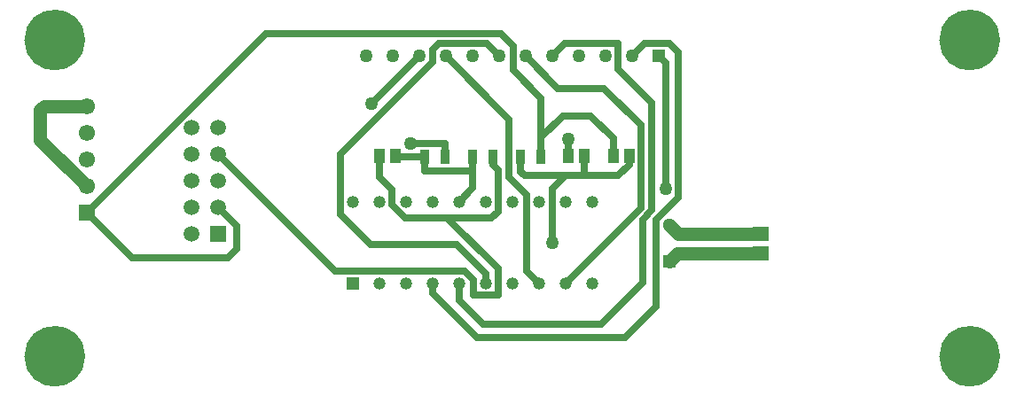
<source format=gbr>
G04*
G04 #@! TF.GenerationSoftware,Altium Limited,Altium Designer,23.2.1 (34)*
G04*
G04 Layer_Physical_Order=1*
G04 Layer_Color=255*
%FSLAX25Y25*%
%MOIN*%
G70*
G04*
G04 #@! TF.SameCoordinates,78BCBE2E-08CC-4CAE-8EE4-54C03573570A*
G04*
G04*
G04 #@! TF.FilePolarity,Positive*
G04*
G01*
G75*
%ADD15R,0.04134X0.05315*%
%ADD16R,0.05938X0.05534*%
%ADD17R,0.03740X0.05709*%
%ADD20R,0.05118X0.05118*%
%ADD21C,0.05118*%
%ADD25C,0.05000*%
%ADD26R,0.05000X0.05000*%
%ADD33C,0.03937*%
%ADD34C,0.02500*%
%ADD35C,0.05000*%
%ADD36C,0.17323*%
%ADD37R,0.06102X0.06102*%
%ADD38C,0.06102*%
%ADD39R,0.04685X0.04685*%
%ADD40C,0.04685*%
%ADD41R,0.05906X0.05906*%
%ADD42C,0.05906*%
%ADD43C,0.02362*%
D15*
X491047Y438500D02*
D03*
X496953D02*
D03*
X513953D02*
D03*
X508047D02*
D03*
X425953D02*
D03*
X420047D02*
D03*
D16*
X563500Y401707D02*
D03*
Y409000D02*
D03*
D17*
X473161Y438000D02*
D03*
X480839D02*
D03*
X455161D02*
D03*
X462839D02*
D03*
X437161D02*
D03*
X444839D02*
D03*
D20*
X529000Y398610D02*
D03*
D21*
Y412390D02*
D03*
D25*
X415000Y476000D02*
D03*
X425000D02*
D03*
X435000D02*
D03*
X445000D02*
D03*
X455000D02*
D03*
X465000D02*
D03*
X475000D02*
D03*
X485000D02*
D03*
X495000D02*
D03*
X505000D02*
D03*
X515000D02*
D03*
X491047Y444700D02*
D03*
X484957Y405743D02*
D03*
X417150Y458150D02*
D03*
X527600Y426100D02*
D03*
X431600Y443200D02*
D03*
D26*
X525000Y476000D02*
D03*
D33*
X307449Y482000D02*
G03*
X307449Y482000I-9449J0D01*
G01*
X651449Y363000D02*
G03*
X651449Y363000I-9449J0D01*
G01*
Y482000D02*
G03*
X651449Y482000I-9449J0D01*
G01*
X307449Y363000D02*
G03*
X307449Y363000I-9449J0D01*
G01*
D34*
X484957Y425957D02*
X490000Y431000D01*
X484957Y405743D02*
Y425957D01*
X496953Y431000D02*
Y438500D01*
X490000Y431000D02*
X496953D01*
X509896D01*
X513953Y435057D01*
X474626Y431000D02*
X490000D01*
X473161Y432465D02*
Y438000D01*
X468900Y430312D02*
X475400Y423812D01*
X473161Y432465D02*
X474626Y431000D01*
X468900Y430312D02*
Y452100D01*
X475400Y395100D02*
Y423812D01*
X491047Y438500D02*
Y444700D01*
X499547Y453500D02*
X508047Y445000D01*
X480839Y445289D02*
X489050Y453500D01*
X499547D01*
X425953Y438000D02*
X437161D01*
X513953Y435057D02*
Y438500D01*
X518300Y418800D02*
Y450000D01*
X522500Y417988D02*
Y458400D01*
X417150Y458150D02*
X435000Y476000D01*
X519000Y414488D02*
X522500Y417988D01*
X509800Y471100D02*
X522500Y458400D01*
X527600Y426100D02*
Y473400D01*
X532400Y422591D02*
Y477500D01*
X524191Y414382D02*
X532400Y422591D01*
X529100Y480800D02*
X532400Y477500D01*
X525000Y476000D02*
X527600Y473400D01*
X519000Y390600D02*
Y414488D01*
X503400Y375000D02*
X519000Y390600D01*
X429600Y415000D02*
X445500D01*
X464593Y385907D02*
Y395907D01*
X445500Y415000D02*
X464593Y395907D01*
X445500Y415000D02*
X462100D01*
X405400Y416500D02*
X416900Y405000D01*
X449009D02*
X460000Y394009D01*
X416900Y405000D02*
X449009D01*
X450000Y383955D02*
X458955Y375000D01*
X503400D01*
X512491Y370000D02*
X524191Y381700D01*
X440000Y386800D02*
X456800Y370000D01*
X512491D01*
X363000Y400000D02*
X366500Y403500D01*
X327000Y400000D02*
X363000D01*
X366500Y403500D02*
Y412000D01*
X359500Y419000D02*
X366500Y412000D01*
X455161Y426291D02*
Y432800D01*
X480839Y445289D02*
Y460111D01*
X450000Y421130D02*
X455161Y426291D01*
X475400Y395100D02*
X480000Y390500D01*
X445000Y476000D02*
X468900Y452100D01*
X490000Y390500D02*
X518300Y418800D01*
X504458Y463842D02*
X518300Y450000D01*
X487158Y463842D02*
X504458D01*
X475000Y476000D02*
X487158Y463842D01*
X420047Y430253D02*
Y438500D01*
X424600Y420000D02*
Y425700D01*
Y420000D02*
X429600Y415000D01*
X455400Y385907D02*
X464593D01*
X455400D02*
Y391700D01*
X452007Y395093D02*
X455400Y391700D01*
X403407Y395093D02*
X452007D01*
X359500Y439000D02*
X403407Y395093D01*
X450000Y383955D02*
Y390500D01*
X509800Y471100D02*
Y480800D01*
X489800D02*
X509800D01*
X485000Y476000D02*
X489800Y480800D01*
X440000Y386800D02*
Y390500D01*
X524191Y381700D02*
Y414382D01*
X519800Y480800D02*
X529100D01*
X515000Y476000D02*
X519800Y480800D01*
X425953Y438000D02*
Y438500D01*
X444839Y438000D02*
Y443200D01*
X431600D02*
X444839D01*
X460250Y480750D02*
X465000Y476000D01*
X442500Y480750D02*
X460250D01*
X440000Y478250D02*
X442500Y480750D01*
X440000Y473700D02*
Y478250D01*
X405400Y439100D02*
X440000Y473700D01*
X405400Y416500D02*
Y439100D01*
X460000Y390500D02*
Y394009D01*
X470250Y470700D02*
X480839Y460111D01*
X470250Y470700D02*
Y479650D01*
X465650Y484250D02*
X470250Y479650D01*
X377250Y484250D02*
X465650D01*
X310000Y417000D02*
X377250Y484250D01*
X310000Y417000D02*
X327000Y400000D01*
X420047Y430253D02*
X424600Y425700D01*
X462100Y415000D02*
X464600Y417500D01*
Y433139D01*
X462839Y434900D02*
X464600Y433139D01*
X462839Y434900D02*
Y438000D01*
X480839D02*
Y445289D01*
X508047Y438500D02*
Y445000D01*
X455161Y432800D02*
Y438000D01*
X437161Y432800D02*
X455161D01*
X437161D02*
Y438000D01*
D35*
X293965Y457000D02*
X310000D01*
X292500Y444500D02*
Y455536D01*
Y444500D02*
X310000Y427000D01*
X292500Y455536D02*
X293965Y457000D01*
X532390Y409000D02*
X563500D01*
X529000Y412390D02*
X532390Y409000D01*
X532097Y401707D02*
X563500D01*
X529000Y398610D02*
X532097Y401707D01*
D36*
X298000Y482000D02*
D03*
X642000Y363000D02*
D03*
Y482000D02*
D03*
X298000Y363000D02*
D03*
D37*
X310000Y417000D02*
D03*
D38*
Y427000D02*
D03*
Y437000D02*
D03*
Y447000D02*
D03*
Y457000D02*
D03*
D39*
X410000Y390500D02*
D03*
D40*
X420000D02*
D03*
X430000D02*
D03*
X440000D02*
D03*
X450000D02*
D03*
X460000D02*
D03*
X470000D02*
D03*
X480000D02*
D03*
X490000D02*
D03*
X500000D02*
D03*
Y421130D02*
D03*
X490000D02*
D03*
X480000D02*
D03*
X470000D02*
D03*
X460000D02*
D03*
X450000D02*
D03*
X440000D02*
D03*
X430000D02*
D03*
X420000D02*
D03*
X410000D02*
D03*
D41*
X359500Y409000D02*
D03*
D42*
X349500D02*
D03*
X359500Y419000D02*
D03*
X349500D02*
D03*
X359500Y429000D02*
D03*
X349500D02*
D03*
X359500Y439000D02*
D03*
X349500D02*
D03*
X359500Y449000D02*
D03*
X349500D02*
D03*
D43*
X304124Y488125D02*
D03*
X306661Y482000D02*
D03*
X304124Y475876D02*
D03*
X298000Y473339D02*
D03*
X291876Y475876D02*
D03*
X289339Y482000D02*
D03*
X291876Y488125D02*
D03*
X298000Y490661D02*
D03*
X648125Y369125D02*
D03*
X650661Y363000D02*
D03*
X648125Y356875D02*
D03*
X642000Y354339D02*
D03*
X635876Y356875D02*
D03*
X633339Y363000D02*
D03*
X635876Y369125D02*
D03*
X642000Y371661D02*
D03*
X648125Y488125D02*
D03*
X650661Y482000D02*
D03*
X648125Y475876D02*
D03*
X642000Y473339D02*
D03*
X635876Y475876D02*
D03*
X633339Y482000D02*
D03*
X635876Y488125D02*
D03*
X642000Y490661D02*
D03*
X304124Y369125D02*
D03*
X306661Y363000D02*
D03*
X304124Y356875D02*
D03*
X298000Y354339D02*
D03*
X291876Y356875D02*
D03*
X289339Y363000D02*
D03*
X291876Y369125D02*
D03*
X298000Y371661D02*
D03*
M02*

</source>
